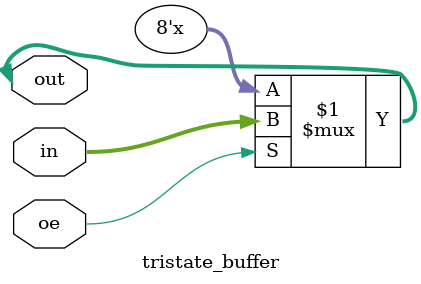
<source format=v>
module tristate_buffer (input wire oe, inout wire [7:0] out, input wire [7:0] in);
assign out = (oe) ? in : 8'bz;
endmodule

</source>
